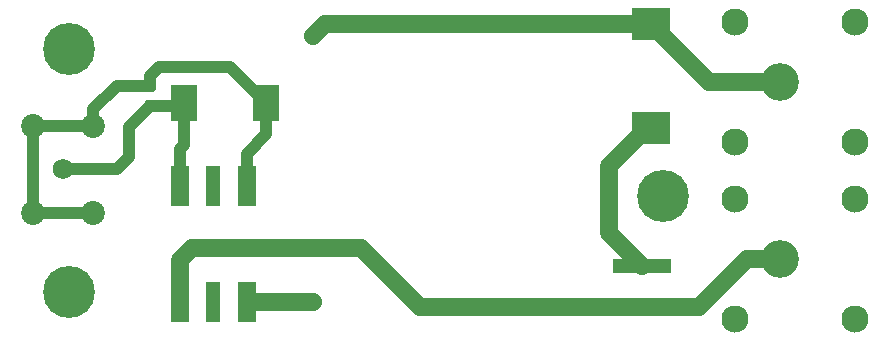
<source format=gtl>
G04 #@! TF.GenerationSoftware,KiCad,Pcbnew,(5.1.6-0)*
G04 #@! TF.CreationDate,2022-02-03T18:07:08-05:00*
G04 #@! TF.ProjectId,HPF_test_01,4850465f-7465-4737-945f-30312e6b6963,rev?*
G04 #@! TF.SameCoordinates,Original*
G04 #@! TF.FileFunction,Copper,L1,Top*
G04 #@! TF.FilePolarity,Positive*
%FSLAX46Y46*%
G04 Gerber Fmt 4.6, Leading zero omitted, Abs format (unit mm)*
G04 Created by KiCad (PCBNEW (5.1.6-0)) date 2022-02-03 18:07:08*
%MOMM*%
%LPD*%
G01*
G04 APERTURE LIST*
G04 #@! TA.AperFunction,SMDPad,CuDef*
%ADD10R,1.620000X3.375000*%
G04 #@! TD*
G04 #@! TA.AperFunction,SMDPad,CuDef*
%ADD11R,1.200000X3.375000*%
G04 #@! TD*
G04 #@! TA.AperFunction,ComponentPad*
%ADD12C,1.524000*%
G04 #@! TD*
G04 #@! TA.AperFunction,ComponentPad*
%ADD13C,4.400000*%
G04 #@! TD*
G04 #@! TA.AperFunction,ComponentPad*
%ADD14C,2.300000*%
G04 #@! TD*
G04 #@! TA.AperFunction,ComponentPad*
%ADD15C,3.200000*%
G04 #@! TD*
G04 #@! TA.AperFunction,SMDPad,CuDef*
%ADD16R,5.000000X1.300000*%
G04 #@! TD*
G04 #@! TA.AperFunction,SMDPad,CuDef*
%ADD17R,3.200000X2.750000*%
G04 #@! TD*
G04 #@! TA.AperFunction,ComponentPad*
%ADD18C,2.025000*%
G04 #@! TD*
G04 #@! TA.AperFunction,ComponentPad*
%ADD19C,1.755000*%
G04 #@! TD*
G04 #@! TA.AperFunction,SMDPad,CuDef*
%ADD20R,2.200000X3.150000*%
G04 #@! TD*
G04 #@! TA.AperFunction,Conductor*
%ADD21C,1.500000*%
G04 #@! TD*
G04 #@! TA.AperFunction,Conductor*
%ADD22C,1.000000*%
G04 #@! TD*
G04 APERTURE END LIST*
D10*
X115616000Y-90340000D03*
D11*
X112776000Y-90340000D03*
D10*
X109936000Y-90340000D03*
X109936000Y-100160000D03*
D11*
X112776000Y-100160000D03*
D10*
X115616000Y-100160000D03*
D12*
X121190000Y-77650000D03*
X121190000Y-100150000D03*
D13*
X100584000Y-99314000D03*
X100584000Y-78740000D03*
X150876000Y-91186000D03*
D14*
X167142000Y-76454000D03*
X167142000Y-86614000D03*
X156982000Y-86614000D03*
X156982000Y-76454000D03*
D15*
X160782000Y-81534000D03*
D14*
X167142000Y-91440000D03*
X167142000Y-101600000D03*
X156982000Y-101600000D03*
X156982000Y-91440000D03*
D15*
X160782000Y-96520000D03*
D16*
X149098000Y-100556000D03*
X149098000Y-97056000D03*
D17*
X149860000Y-76626000D03*
X149860000Y-85426000D03*
D18*
X97536000Y-85200000D03*
X102616000Y-85200000D03*
X102616000Y-92600000D03*
X97536000Y-92600000D03*
D19*
X100076000Y-88900000D03*
D20*
X117292000Y-83312000D03*
X110292000Y-83312000D03*
G04 #@! TA.AperFunction,SMDPad,CuDef*
G36*
G01*
X107204500Y-83041000D02*
X107679500Y-83041000D01*
G75*
G02*
X107917000Y-83278500I0J-237500D01*
G01*
X107917000Y-83853500D01*
G75*
G02*
X107679500Y-84091000I-237500J0D01*
G01*
X107204500Y-84091000D01*
G75*
G02*
X106967000Y-83853500I0J237500D01*
G01*
X106967000Y-83278500D01*
G75*
G02*
X107204500Y-83041000I237500J0D01*
G01*
G37*
G04 #@! TD.AperFunction*
G04 #@! TA.AperFunction,SMDPad,CuDef*
G36*
G01*
X107204500Y-81291000D02*
X107679500Y-81291000D01*
G75*
G02*
X107917000Y-81528500I0J-237500D01*
G01*
X107917000Y-82103500D01*
G75*
G02*
X107679500Y-82341000I-237500J0D01*
G01*
X107204500Y-82341000D01*
G75*
G02*
X106967000Y-82103500I0J237500D01*
G01*
X106967000Y-81528500D01*
G75*
G02*
X107204500Y-81291000I237500J0D01*
G01*
G37*
G04 #@! TD.AperFunction*
D21*
X115626000Y-100150000D02*
X115616000Y-100160000D01*
X121190000Y-100150000D02*
X115626000Y-100150000D01*
X154768000Y-81534000D02*
X149860000Y-76626000D01*
X160782000Y-81534000D02*
X154768000Y-81534000D01*
X122214000Y-76626000D02*
X121190000Y-77650000D01*
X149860000Y-76626000D02*
X122214000Y-76626000D01*
D22*
X110038000Y-83566000D02*
X110292000Y-83312000D01*
X107442000Y-83566000D02*
X110038000Y-83566000D01*
X109936000Y-90340000D02*
X109936000Y-87168000D01*
X110292000Y-86812000D02*
X110292000Y-83312000D01*
X109936000Y-87168000D02*
X110292000Y-86812000D01*
X100076000Y-88900000D02*
X104648000Y-88900000D01*
X104648000Y-88900000D02*
X105664000Y-87884000D01*
X105664000Y-85344000D02*
X107442000Y-83566000D01*
X105664000Y-87884000D02*
X105664000Y-85344000D01*
X117292000Y-83312000D02*
X117292000Y-85908000D01*
X115616000Y-87584000D02*
X115616000Y-90340000D01*
X117292000Y-85908000D02*
X115616000Y-87584000D01*
X107442000Y-81816000D02*
X107442000Y-81026000D01*
X107442000Y-81026000D02*
X108204000Y-80264000D01*
X114244000Y-80264000D02*
X117292000Y-83312000D01*
X108204000Y-80264000D02*
X114244000Y-80264000D01*
X102616000Y-85200000D02*
X102616000Y-83820000D01*
X104620000Y-81816000D02*
X107442000Y-81816000D01*
X102616000Y-83820000D02*
X104620000Y-81816000D01*
X102616000Y-85200000D02*
X97536000Y-85200000D01*
X97536000Y-92600000D02*
X97536000Y-85200000D01*
X97536000Y-92600000D02*
X102616000Y-92600000D01*
D21*
X149860000Y-85426000D02*
X149524000Y-85426000D01*
X146304000Y-94262000D02*
X149098000Y-97056000D01*
X146304000Y-88646000D02*
X146304000Y-94262000D01*
X149524000Y-85426000D02*
X146304000Y-88646000D01*
X149098000Y-100556000D02*
X153952000Y-100556000D01*
X157988000Y-96520000D02*
X160782000Y-96520000D01*
X153952000Y-100556000D02*
X157988000Y-96520000D01*
X149098000Y-100556000D02*
X130274000Y-100556000D01*
X110997572Y-95544990D02*
X109936000Y-96606562D01*
X109936000Y-96606562D02*
X109936000Y-100160000D01*
X125262990Y-95544990D02*
X110997572Y-95544990D01*
X130274000Y-100556000D02*
X125262990Y-95544990D01*
M02*

</source>
